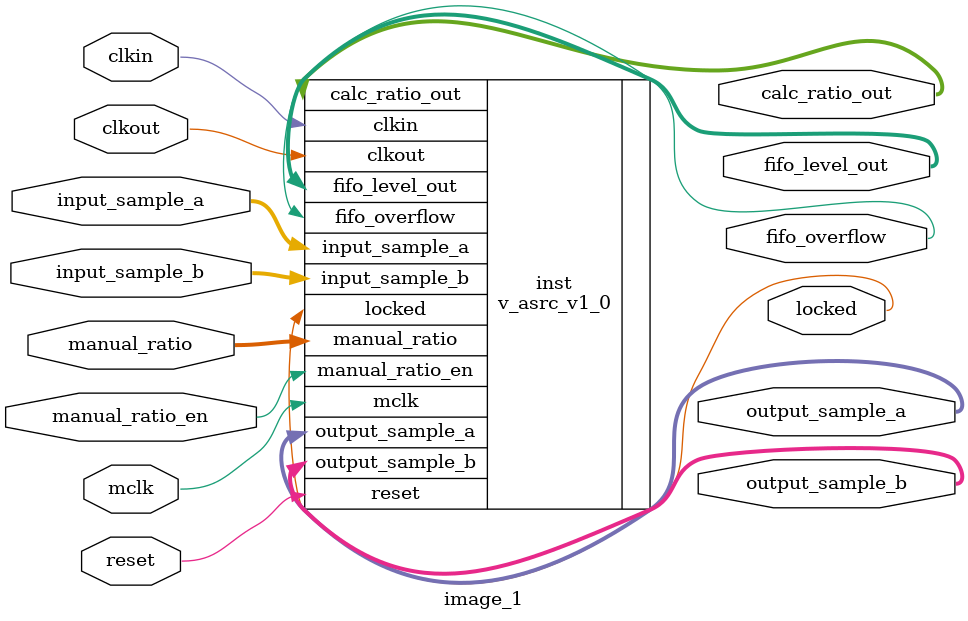
<source format=v>
/*******************************************************************************
*     This file is owned and controlled by Xilinx and must be used solely      *
*     for design, simulation, implementation and creation of design files      *
*     limited to Xilinx devices or technologies. Use with non-Xilinx           *
*     devices or technologies is expressly prohibited and immediately          *
*     terminates your license.                                                 *
*                                                                              *
*     XILINX IS PROVIDING THIS DESIGN, CODE, OR INFORMATION "AS IS" SOLELY     *
*     FOR USE IN DEVELOPING PROGRAMS AND SOLUTIONS FOR XILINX DEVICES.  BY     *
*     PROVIDING THIS DESIGN, CODE, OR INFORMATION AS ONE POSSIBLE              *
*     IMPLEMENTATION OF THIS FEATURE, APPLICATION OR STANDARD, XILINX IS       *
*     MAKING NO REPRESENTATION THAT THIS IMPLEMENTATION IS FREE FROM ANY       *
*     CLAIMS OF INFRINGEMENT, AND YOU ARE RESPONSIBLE FOR OBTAINING ANY        *
*     RIGHTS YOU MAY REQUIRE FOR YOUR IMPLEMENTATION.  XILINX EXPRESSLY        *
*     DISCLAIMS ANY WARRANTY WHATSOEVER WITH RESPECT TO THE ADEQUACY OF THE    *
*     IMPLEMENTATION, INCLUDING BUT NOT LIMITED TO ANY WARRANTIES OR           *
*     REPRESENTATIONS THAT THIS IMPLEMENTATION IS FREE FROM CLAIMS OF          *
*     INFRINGEMENT, IMPLIED WARRANTIES OF MERCHANTABILITY AND FITNESS FOR A    *
*     PARTICULAR PURPOSE.                                                      *
*                                                                              *
*     Xilinx products are not intended for use in life support appliances,     *
*     devices, or systems.  Use in such applications are expressly             *
*     prohibited.                                                              *
*                                                                              *
*     (c) Copyright 1995-2016 Xilinx, Inc.                                     *
*     All rights reserved.                                                     *
*******************************************************************************/

/*******************************************************************************
*     Generated from core with identifier: xilinx.com:ip:v_asrc:1.0            *
*                                                                              *
*     asynchronous sample rate converter (ASRC) converts stereo audio from     *
*     one sample frequency to another                                          *
*******************************************************************************/
// Source Code Wrapper
// This file is provided to wrap around the source code (if appropriate)

module image_1 (
  mclk,
  clkin,
  clkout,
  reset,
  manual_ratio_en,
  manual_ratio,
  input_sample_a,
  input_sample_b,
  output_sample_a,
  output_sample_b,
  fifo_level_out,
  calc_ratio_out,
  locked,
  fifo_overflow
);

  input mclk;
  input clkin;
  input clkout;
  input reset;
  input manual_ratio_en;
  input [25 : 0] manual_ratio;
  input [23 : 0] input_sample_a;
  input [23 : 0] input_sample_b;
  output [23 : 0] output_sample_a;
  output [23 : 0] output_sample_b;
  output [8 : 0] fifo_level_out;
  output [25 : 0] calc_ratio_out;
  output locked;
  output fifo_overflow;

  v_asrc_v1_0 #(
    .C_FAMILY("kintex7"),
    .FIFO_SET_POINT(16),
    .MAX_COUNT(1023)
  ) inst (
    .mclk(mclk),
    .clkin(clkin),
    .clkout(clkout),
    .reset(reset),
    .manual_ratio_en(manual_ratio_en),
    .manual_ratio(manual_ratio),
    .input_sample_a(input_sample_a),
    .input_sample_b(input_sample_b),
    .output_sample_a(output_sample_a),
    .output_sample_b(output_sample_b),
    .fifo_level_out(fifo_level_out),
    .calc_ratio_out(calc_ratio_out),
    .locked(locked),
    .fifo_overflow(fifo_overflow)
  );

endmodule


</source>
